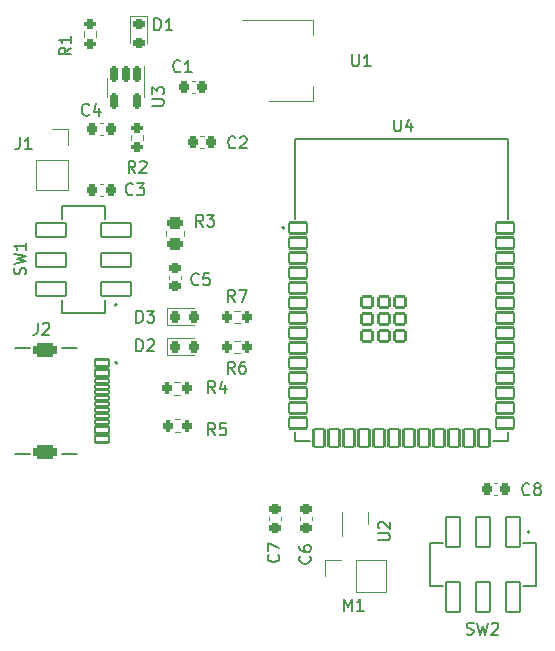
<source format=gto>
G04 #@! TF.GenerationSoftware,KiCad,Pcbnew,7.0.10*
G04 #@! TF.CreationDate,2024-04-11T23:27:50-07:00*
G04 #@! TF.ProjectId,vibration_circuit,76696272-6174-4696-9f6e-5f6369726375,rev?*
G04 #@! TF.SameCoordinates,Original*
G04 #@! TF.FileFunction,Legend,Top*
G04 #@! TF.FilePolarity,Positive*
%FSLAX46Y46*%
G04 Gerber Fmt 4.6, Leading zero omitted, Abs format (unit mm)*
G04 Created by KiCad (PCBNEW 7.0.10) date 2024-04-11 23:27:50*
%MOMM*%
%LPD*%
G01*
G04 APERTURE LIST*
G04 Aperture macros list*
%AMRoundRect*
0 Rectangle with rounded corners*
0 $1 Rounding radius*
0 $2 $3 $4 $5 $6 $7 $8 $9 X,Y pos of 4 corners*
0 Add a 4 corners polygon primitive as box body*
4,1,4,$2,$3,$4,$5,$6,$7,$8,$9,$2,$3,0*
0 Add four circle primitives for the rounded corners*
1,1,$1+$1,$2,$3*
1,1,$1+$1,$4,$5*
1,1,$1+$1,$6,$7*
1,1,$1+$1,$8,$9*
0 Add four rect primitives between the rounded corners*
20,1,$1+$1,$2,$3,$4,$5,0*
20,1,$1+$1,$4,$5,$6,$7,0*
20,1,$1+$1,$6,$7,$8,$9,0*
20,1,$1+$1,$8,$9,$2,$3,0*%
G04 Aperture macros list end*
%ADD10C,0.150000*%
%ADD11C,0.200000*%
%ADD12C,0.127000*%
%ADD13C,0.120000*%
%ADD14C,0.650000*%
%ADD15RoundRect,0.102000X-0.575000X0.300000X-0.575000X-0.300000X0.575000X-0.300000X0.575000X0.300000X0*%
%ADD16RoundRect,0.102000X-0.575000X0.150000X-0.575000X-0.150000X0.575000X-0.150000X0.575000X0.150000X0*%
%ADD17O,2.304000X1.204000*%
%ADD18RoundRect,0.301000X-0.701000X0.301000X-0.701000X-0.301000X0.701000X-0.301000X0.701000X0.301000X0*%
%ADD19RoundRect,0.102000X-0.450000X-0.450000X0.450000X-0.450000X0.450000X0.450000X-0.450000X0.450000X0*%
%ADD20RoundRect,0.102000X-0.750000X-0.450000X0.750000X-0.450000X0.750000X0.450000X-0.750000X0.450000X0*%
%ADD21RoundRect,0.102000X-0.450000X-0.750000X0.450000X-0.750000X0.450000X0.750000X-0.450000X0.750000X0*%
%ADD22R,2.000000X1.500000*%
%ADD23R,2.000000X3.800000*%
%ADD24RoundRect,0.225000X0.250000X-0.225000X0.250000X0.225000X-0.250000X0.225000X-0.250000X-0.225000X0*%
%ADD25RoundRect,0.200000X0.200000X0.275000X-0.200000X0.275000X-0.200000X-0.275000X0.200000X-0.275000X0*%
%ADD26RoundRect,0.218750X-0.218750X-0.256250X0.218750X-0.256250X0.218750X0.256250X-0.218750X0.256250X0*%
%ADD27R,1.700000X1.700000*%
%ADD28O,1.700000X1.700000*%
%ADD29RoundRect,0.225000X0.225000X0.250000X-0.225000X0.250000X-0.225000X-0.250000X0.225000X-0.250000X0*%
%ADD30RoundRect,0.200000X-0.200000X-0.275000X0.200000X-0.275000X0.200000X0.275000X-0.200000X0.275000X0*%
%ADD31RoundRect,0.150000X-0.150000X0.512500X-0.150000X-0.512500X0.150000X-0.512500X0.150000X0.512500X0*%
%ADD32RoundRect,0.200000X-0.275000X0.200000X-0.275000X-0.200000X0.275000X-0.200000X0.275000X0.200000X0*%
%ADD33RoundRect,0.102000X0.600000X1.250000X-0.600000X1.250000X-0.600000X-1.250000X0.600000X-1.250000X0*%
%ADD34RoundRect,0.225000X-0.225000X-0.250000X0.225000X-0.250000X0.225000X0.250000X-0.225000X0.250000X0*%
%ADD35RoundRect,0.218750X-0.256250X0.218750X-0.256250X-0.218750X0.256250X-0.218750X0.256250X0.218750X0*%
%ADD36RoundRect,0.102000X1.250000X-0.600000X1.250000X0.600000X-1.250000X0.600000X-1.250000X-0.600000X0*%
%ADD37R,1.600000X0.900000*%
%ADD38R,0.250000X0.500000*%
%ADD39RoundRect,0.250000X-0.450000X0.262500X-0.450000X-0.262500X0.450000X-0.262500X0.450000X0.262500X0*%
G04 APERTURE END LIST*
D10*
X108251666Y-125819819D02*
X108251666Y-126534104D01*
X108251666Y-126534104D02*
X108204047Y-126676961D01*
X108204047Y-126676961D02*
X108108809Y-126772200D01*
X108108809Y-126772200D02*
X107965952Y-126819819D01*
X107965952Y-126819819D02*
X107870714Y-126819819D01*
X108680238Y-125915057D02*
X108727857Y-125867438D01*
X108727857Y-125867438D02*
X108823095Y-125819819D01*
X108823095Y-125819819D02*
X109061190Y-125819819D01*
X109061190Y-125819819D02*
X109156428Y-125867438D01*
X109156428Y-125867438D02*
X109204047Y-125915057D01*
X109204047Y-125915057D02*
X109251666Y-126010295D01*
X109251666Y-126010295D02*
X109251666Y-126105533D01*
X109251666Y-126105533D02*
X109204047Y-126248390D01*
X109204047Y-126248390D02*
X108632619Y-126819819D01*
X108632619Y-126819819D02*
X109251666Y-126819819D01*
X138430095Y-108608219D02*
X138430095Y-109417742D01*
X138430095Y-109417742D02*
X138477714Y-109512980D01*
X138477714Y-109512980D02*
X138525333Y-109560600D01*
X138525333Y-109560600D02*
X138620571Y-109608219D01*
X138620571Y-109608219D02*
X138811047Y-109608219D01*
X138811047Y-109608219D02*
X138906285Y-109560600D01*
X138906285Y-109560600D02*
X138953904Y-109512980D01*
X138953904Y-109512980D02*
X139001523Y-109417742D01*
X139001523Y-109417742D02*
X139001523Y-108608219D01*
X139906285Y-108941552D02*
X139906285Y-109608219D01*
X139668190Y-108560600D02*
X139430095Y-109274885D01*
X139430095Y-109274885D02*
X140049142Y-109274885D01*
X134874095Y-103086819D02*
X134874095Y-103896342D01*
X134874095Y-103896342D02*
X134921714Y-103991580D01*
X134921714Y-103991580D02*
X134969333Y-104039200D01*
X134969333Y-104039200D02*
X135064571Y-104086819D01*
X135064571Y-104086819D02*
X135255047Y-104086819D01*
X135255047Y-104086819D02*
X135350285Y-104039200D01*
X135350285Y-104039200D02*
X135397904Y-103991580D01*
X135397904Y-103991580D02*
X135445523Y-103896342D01*
X135445523Y-103896342D02*
X135445523Y-103086819D01*
X136445523Y-104086819D02*
X135874095Y-104086819D01*
X136159809Y-104086819D02*
X136159809Y-103086819D01*
X136159809Y-103086819D02*
X136064571Y-103229676D01*
X136064571Y-103229676D02*
X135969333Y-103324914D01*
X135969333Y-103324914D02*
X135874095Y-103372533D01*
X121880333Y-122533580D02*
X121832714Y-122581200D01*
X121832714Y-122581200D02*
X121689857Y-122628819D01*
X121689857Y-122628819D02*
X121594619Y-122628819D01*
X121594619Y-122628819D02*
X121451762Y-122581200D01*
X121451762Y-122581200D02*
X121356524Y-122485961D01*
X121356524Y-122485961D02*
X121308905Y-122390723D01*
X121308905Y-122390723D02*
X121261286Y-122200247D01*
X121261286Y-122200247D02*
X121261286Y-122057390D01*
X121261286Y-122057390D02*
X121308905Y-121866914D01*
X121308905Y-121866914D02*
X121356524Y-121771676D01*
X121356524Y-121771676D02*
X121451762Y-121676438D01*
X121451762Y-121676438D02*
X121594619Y-121628819D01*
X121594619Y-121628819D02*
X121689857Y-121628819D01*
X121689857Y-121628819D02*
X121832714Y-121676438D01*
X121832714Y-121676438D02*
X121880333Y-121724057D01*
X122785095Y-121628819D02*
X122308905Y-121628819D01*
X122308905Y-121628819D02*
X122261286Y-122105009D01*
X122261286Y-122105009D02*
X122308905Y-122057390D01*
X122308905Y-122057390D02*
X122404143Y-122009771D01*
X122404143Y-122009771D02*
X122642238Y-122009771D01*
X122642238Y-122009771D02*
X122737476Y-122057390D01*
X122737476Y-122057390D02*
X122785095Y-122105009D01*
X122785095Y-122105009D02*
X122832714Y-122200247D01*
X122832714Y-122200247D02*
X122832714Y-122438342D01*
X122832714Y-122438342D02*
X122785095Y-122533580D01*
X122785095Y-122533580D02*
X122737476Y-122581200D01*
X122737476Y-122581200D02*
X122642238Y-122628819D01*
X122642238Y-122628819D02*
X122404143Y-122628819D01*
X122404143Y-122628819D02*
X122308905Y-122581200D01*
X122308905Y-122581200D02*
X122261286Y-122533580D01*
X123277333Y-135328819D02*
X122944000Y-134852628D01*
X122705905Y-135328819D02*
X122705905Y-134328819D01*
X122705905Y-134328819D02*
X123086857Y-134328819D01*
X123086857Y-134328819D02*
X123182095Y-134376438D01*
X123182095Y-134376438D02*
X123229714Y-134424057D01*
X123229714Y-134424057D02*
X123277333Y-134519295D01*
X123277333Y-134519295D02*
X123277333Y-134662152D01*
X123277333Y-134662152D02*
X123229714Y-134757390D01*
X123229714Y-134757390D02*
X123182095Y-134805009D01*
X123182095Y-134805009D02*
X123086857Y-134852628D01*
X123086857Y-134852628D02*
X122705905Y-134852628D01*
X124182095Y-134328819D02*
X123705905Y-134328819D01*
X123705905Y-134328819D02*
X123658286Y-134805009D01*
X123658286Y-134805009D02*
X123705905Y-134757390D01*
X123705905Y-134757390D02*
X123801143Y-134709771D01*
X123801143Y-134709771D02*
X124039238Y-134709771D01*
X124039238Y-134709771D02*
X124134476Y-134757390D01*
X124134476Y-134757390D02*
X124182095Y-134805009D01*
X124182095Y-134805009D02*
X124229714Y-134900247D01*
X124229714Y-134900247D02*
X124229714Y-135138342D01*
X124229714Y-135138342D02*
X124182095Y-135233580D01*
X124182095Y-135233580D02*
X124134476Y-135281200D01*
X124134476Y-135281200D02*
X124039238Y-135328819D01*
X124039238Y-135328819D02*
X123801143Y-135328819D01*
X123801143Y-135328819D02*
X123705905Y-135281200D01*
X123705905Y-135281200D02*
X123658286Y-135233580D01*
X116609905Y-128216819D02*
X116609905Y-127216819D01*
X116609905Y-127216819D02*
X116848000Y-127216819D01*
X116848000Y-127216819D02*
X116990857Y-127264438D01*
X116990857Y-127264438D02*
X117086095Y-127359676D01*
X117086095Y-127359676D02*
X117133714Y-127454914D01*
X117133714Y-127454914D02*
X117181333Y-127645390D01*
X117181333Y-127645390D02*
X117181333Y-127788247D01*
X117181333Y-127788247D02*
X117133714Y-127978723D01*
X117133714Y-127978723D02*
X117086095Y-128073961D01*
X117086095Y-128073961D02*
X116990857Y-128169200D01*
X116990857Y-128169200D02*
X116848000Y-128216819D01*
X116848000Y-128216819D02*
X116609905Y-128216819D01*
X117562286Y-127312057D02*
X117609905Y-127264438D01*
X117609905Y-127264438D02*
X117705143Y-127216819D01*
X117705143Y-127216819D02*
X117943238Y-127216819D01*
X117943238Y-127216819D02*
X118038476Y-127264438D01*
X118038476Y-127264438D02*
X118086095Y-127312057D01*
X118086095Y-127312057D02*
X118133714Y-127407295D01*
X118133714Y-127407295D02*
X118133714Y-127502533D01*
X118133714Y-127502533D02*
X118086095Y-127645390D01*
X118086095Y-127645390D02*
X117514667Y-128216819D01*
X117514667Y-128216819D02*
X118133714Y-128216819D01*
X134191476Y-150187819D02*
X134191476Y-149187819D01*
X134191476Y-149187819D02*
X134524809Y-149902104D01*
X134524809Y-149902104D02*
X134858142Y-149187819D01*
X134858142Y-149187819D02*
X134858142Y-150187819D01*
X135858142Y-150187819D02*
X135286714Y-150187819D01*
X135572428Y-150187819D02*
X135572428Y-149187819D01*
X135572428Y-149187819D02*
X135477190Y-149330676D01*
X135477190Y-149330676D02*
X135381952Y-149425914D01*
X135381952Y-149425914D02*
X135286714Y-149473533D01*
X149896533Y-140313580D02*
X149848914Y-140361200D01*
X149848914Y-140361200D02*
X149706057Y-140408819D01*
X149706057Y-140408819D02*
X149610819Y-140408819D01*
X149610819Y-140408819D02*
X149467962Y-140361200D01*
X149467962Y-140361200D02*
X149372724Y-140265961D01*
X149372724Y-140265961D02*
X149325105Y-140170723D01*
X149325105Y-140170723D02*
X149277486Y-139980247D01*
X149277486Y-139980247D02*
X149277486Y-139837390D01*
X149277486Y-139837390D02*
X149325105Y-139646914D01*
X149325105Y-139646914D02*
X149372724Y-139551676D01*
X149372724Y-139551676D02*
X149467962Y-139456438D01*
X149467962Y-139456438D02*
X149610819Y-139408819D01*
X149610819Y-139408819D02*
X149706057Y-139408819D01*
X149706057Y-139408819D02*
X149848914Y-139456438D01*
X149848914Y-139456438D02*
X149896533Y-139504057D01*
X150467962Y-139837390D02*
X150372724Y-139789771D01*
X150372724Y-139789771D02*
X150325105Y-139742152D01*
X150325105Y-139742152D02*
X150277486Y-139646914D01*
X150277486Y-139646914D02*
X150277486Y-139599295D01*
X150277486Y-139599295D02*
X150325105Y-139504057D01*
X150325105Y-139504057D02*
X150372724Y-139456438D01*
X150372724Y-139456438D02*
X150467962Y-139408819D01*
X150467962Y-139408819D02*
X150658438Y-139408819D01*
X150658438Y-139408819D02*
X150753676Y-139456438D01*
X150753676Y-139456438D02*
X150801295Y-139504057D01*
X150801295Y-139504057D02*
X150848914Y-139599295D01*
X150848914Y-139599295D02*
X150848914Y-139646914D01*
X150848914Y-139646914D02*
X150801295Y-139742152D01*
X150801295Y-139742152D02*
X150753676Y-139789771D01*
X150753676Y-139789771D02*
X150658438Y-139837390D01*
X150658438Y-139837390D02*
X150467962Y-139837390D01*
X150467962Y-139837390D02*
X150372724Y-139885009D01*
X150372724Y-139885009D02*
X150325105Y-139932628D01*
X150325105Y-139932628D02*
X150277486Y-140027866D01*
X150277486Y-140027866D02*
X150277486Y-140218342D01*
X150277486Y-140218342D02*
X150325105Y-140313580D01*
X150325105Y-140313580D02*
X150372724Y-140361200D01*
X150372724Y-140361200D02*
X150467962Y-140408819D01*
X150467962Y-140408819D02*
X150658438Y-140408819D01*
X150658438Y-140408819D02*
X150753676Y-140361200D01*
X150753676Y-140361200D02*
X150801295Y-140313580D01*
X150801295Y-140313580D02*
X150848914Y-140218342D01*
X150848914Y-140218342D02*
X150848914Y-140027866D01*
X150848914Y-140027866D02*
X150801295Y-139932628D01*
X150801295Y-139932628D02*
X150753676Y-139885009D01*
X150753676Y-139885009D02*
X150658438Y-139837390D01*
X124966933Y-124025819D02*
X124633600Y-123549628D01*
X124395505Y-124025819D02*
X124395505Y-123025819D01*
X124395505Y-123025819D02*
X124776457Y-123025819D01*
X124776457Y-123025819D02*
X124871695Y-123073438D01*
X124871695Y-123073438D02*
X124919314Y-123121057D01*
X124919314Y-123121057D02*
X124966933Y-123216295D01*
X124966933Y-123216295D02*
X124966933Y-123359152D01*
X124966933Y-123359152D02*
X124919314Y-123454390D01*
X124919314Y-123454390D02*
X124871695Y-123502009D01*
X124871695Y-123502009D02*
X124776457Y-123549628D01*
X124776457Y-123549628D02*
X124395505Y-123549628D01*
X125300267Y-123025819D02*
X125966933Y-123025819D01*
X125966933Y-123025819D02*
X125538362Y-124025819D01*
X112609333Y-108182580D02*
X112561714Y-108230200D01*
X112561714Y-108230200D02*
X112418857Y-108277819D01*
X112418857Y-108277819D02*
X112323619Y-108277819D01*
X112323619Y-108277819D02*
X112180762Y-108230200D01*
X112180762Y-108230200D02*
X112085524Y-108134961D01*
X112085524Y-108134961D02*
X112037905Y-108039723D01*
X112037905Y-108039723D02*
X111990286Y-107849247D01*
X111990286Y-107849247D02*
X111990286Y-107706390D01*
X111990286Y-107706390D02*
X112037905Y-107515914D01*
X112037905Y-107515914D02*
X112085524Y-107420676D01*
X112085524Y-107420676D02*
X112180762Y-107325438D01*
X112180762Y-107325438D02*
X112323619Y-107277819D01*
X112323619Y-107277819D02*
X112418857Y-107277819D01*
X112418857Y-107277819D02*
X112561714Y-107325438D01*
X112561714Y-107325438D02*
X112609333Y-107373057D01*
X113466476Y-107611152D02*
X113466476Y-108277819D01*
X113228381Y-107230200D02*
X112990286Y-107944485D01*
X112990286Y-107944485D02*
X113609333Y-107944485D01*
X124928333Y-130121819D02*
X124595000Y-129645628D01*
X124356905Y-130121819D02*
X124356905Y-129121819D01*
X124356905Y-129121819D02*
X124737857Y-129121819D01*
X124737857Y-129121819D02*
X124833095Y-129169438D01*
X124833095Y-129169438D02*
X124880714Y-129217057D01*
X124880714Y-129217057D02*
X124928333Y-129312295D01*
X124928333Y-129312295D02*
X124928333Y-129455152D01*
X124928333Y-129455152D02*
X124880714Y-129550390D01*
X124880714Y-129550390D02*
X124833095Y-129598009D01*
X124833095Y-129598009D02*
X124737857Y-129645628D01*
X124737857Y-129645628D02*
X124356905Y-129645628D01*
X125785476Y-129121819D02*
X125595000Y-129121819D01*
X125595000Y-129121819D02*
X125499762Y-129169438D01*
X125499762Y-129169438D02*
X125452143Y-129217057D01*
X125452143Y-129217057D02*
X125356905Y-129359914D01*
X125356905Y-129359914D02*
X125309286Y-129550390D01*
X125309286Y-129550390D02*
X125309286Y-129931342D01*
X125309286Y-129931342D02*
X125356905Y-130026580D01*
X125356905Y-130026580D02*
X125404524Y-130074200D01*
X125404524Y-130074200D02*
X125499762Y-130121819D01*
X125499762Y-130121819D02*
X125690238Y-130121819D01*
X125690238Y-130121819D02*
X125785476Y-130074200D01*
X125785476Y-130074200D02*
X125833095Y-130026580D01*
X125833095Y-130026580D02*
X125880714Y-129931342D01*
X125880714Y-129931342D02*
X125880714Y-129693247D01*
X125880714Y-129693247D02*
X125833095Y-129598009D01*
X125833095Y-129598009D02*
X125785476Y-129550390D01*
X125785476Y-129550390D02*
X125690238Y-129502771D01*
X125690238Y-129502771D02*
X125499762Y-129502771D01*
X125499762Y-129502771D02*
X125404524Y-129550390D01*
X125404524Y-129550390D02*
X125356905Y-129598009D01*
X125356905Y-129598009D02*
X125309286Y-129693247D01*
X123277333Y-131772819D02*
X122944000Y-131296628D01*
X122705905Y-131772819D02*
X122705905Y-130772819D01*
X122705905Y-130772819D02*
X123086857Y-130772819D01*
X123086857Y-130772819D02*
X123182095Y-130820438D01*
X123182095Y-130820438D02*
X123229714Y-130868057D01*
X123229714Y-130868057D02*
X123277333Y-130963295D01*
X123277333Y-130963295D02*
X123277333Y-131106152D01*
X123277333Y-131106152D02*
X123229714Y-131201390D01*
X123229714Y-131201390D02*
X123182095Y-131249009D01*
X123182095Y-131249009D02*
X123086857Y-131296628D01*
X123086857Y-131296628D02*
X122705905Y-131296628D01*
X124134476Y-131106152D02*
X124134476Y-131772819D01*
X123896381Y-130725200D02*
X123658286Y-131439485D01*
X123658286Y-131439485D02*
X124277333Y-131439485D01*
X117945819Y-107441904D02*
X118755342Y-107441904D01*
X118755342Y-107441904D02*
X118850580Y-107394285D01*
X118850580Y-107394285D02*
X118898200Y-107346666D01*
X118898200Y-107346666D02*
X118945819Y-107251428D01*
X118945819Y-107251428D02*
X118945819Y-107060952D01*
X118945819Y-107060952D02*
X118898200Y-106965714D01*
X118898200Y-106965714D02*
X118850580Y-106918095D01*
X118850580Y-106918095D02*
X118755342Y-106870476D01*
X118755342Y-106870476D02*
X117945819Y-106870476D01*
X117945819Y-106489523D02*
X117945819Y-105870476D01*
X117945819Y-105870476D02*
X118326771Y-106203809D01*
X118326771Y-106203809D02*
X118326771Y-106060952D01*
X118326771Y-106060952D02*
X118374390Y-105965714D01*
X118374390Y-105965714D02*
X118422009Y-105918095D01*
X118422009Y-105918095D02*
X118517247Y-105870476D01*
X118517247Y-105870476D02*
X118755342Y-105870476D01*
X118755342Y-105870476D02*
X118850580Y-105918095D01*
X118850580Y-105918095D02*
X118898200Y-105965714D01*
X118898200Y-105965714D02*
X118945819Y-106060952D01*
X118945819Y-106060952D02*
X118945819Y-106346666D01*
X118945819Y-106346666D02*
X118898200Y-106441904D01*
X118898200Y-106441904D02*
X118850580Y-106489523D01*
X106753066Y-110122419D02*
X106753066Y-110836704D01*
X106753066Y-110836704D02*
X106705447Y-110979561D01*
X106705447Y-110979561D02*
X106610209Y-111074800D01*
X106610209Y-111074800D02*
X106467352Y-111122419D01*
X106467352Y-111122419D02*
X106372114Y-111122419D01*
X107753066Y-111122419D02*
X107181638Y-111122419D01*
X107467352Y-111122419D02*
X107467352Y-110122419D01*
X107467352Y-110122419D02*
X107372114Y-110265276D01*
X107372114Y-110265276D02*
X107276876Y-110360514D01*
X107276876Y-110360514D02*
X107181638Y-110408133D01*
X116520933Y-113129219D02*
X116187600Y-112653028D01*
X115949505Y-113129219D02*
X115949505Y-112129219D01*
X115949505Y-112129219D02*
X116330457Y-112129219D01*
X116330457Y-112129219D02*
X116425695Y-112176838D01*
X116425695Y-112176838D02*
X116473314Y-112224457D01*
X116473314Y-112224457D02*
X116520933Y-112319695D01*
X116520933Y-112319695D02*
X116520933Y-112462552D01*
X116520933Y-112462552D02*
X116473314Y-112557790D01*
X116473314Y-112557790D02*
X116425695Y-112605409D01*
X116425695Y-112605409D02*
X116330457Y-112653028D01*
X116330457Y-112653028D02*
X115949505Y-112653028D01*
X116901886Y-112224457D02*
X116949505Y-112176838D01*
X116949505Y-112176838D02*
X117044743Y-112129219D01*
X117044743Y-112129219D02*
X117282838Y-112129219D01*
X117282838Y-112129219D02*
X117378076Y-112176838D01*
X117378076Y-112176838D02*
X117425695Y-112224457D01*
X117425695Y-112224457D02*
X117473314Y-112319695D01*
X117473314Y-112319695D02*
X117473314Y-112414933D01*
X117473314Y-112414933D02*
X117425695Y-112557790D01*
X117425695Y-112557790D02*
X116854267Y-113129219D01*
X116854267Y-113129219D02*
X117473314Y-113129219D01*
X144589667Y-152172200D02*
X144732524Y-152219819D01*
X144732524Y-152219819D02*
X144970619Y-152219819D01*
X144970619Y-152219819D02*
X145065857Y-152172200D01*
X145065857Y-152172200D02*
X145113476Y-152124580D01*
X145113476Y-152124580D02*
X145161095Y-152029342D01*
X145161095Y-152029342D02*
X145161095Y-151934104D01*
X145161095Y-151934104D02*
X145113476Y-151838866D01*
X145113476Y-151838866D02*
X145065857Y-151791247D01*
X145065857Y-151791247D02*
X144970619Y-151743628D01*
X144970619Y-151743628D02*
X144780143Y-151696009D01*
X144780143Y-151696009D02*
X144684905Y-151648390D01*
X144684905Y-151648390D02*
X144637286Y-151600771D01*
X144637286Y-151600771D02*
X144589667Y-151505533D01*
X144589667Y-151505533D02*
X144589667Y-151410295D01*
X144589667Y-151410295D02*
X144637286Y-151315057D01*
X144637286Y-151315057D02*
X144684905Y-151267438D01*
X144684905Y-151267438D02*
X144780143Y-151219819D01*
X144780143Y-151219819D02*
X145018238Y-151219819D01*
X145018238Y-151219819D02*
X145161095Y-151267438D01*
X145494429Y-151219819D02*
X145732524Y-152219819D01*
X145732524Y-152219819D02*
X145923000Y-151505533D01*
X145923000Y-151505533D02*
X146113476Y-152219819D01*
X146113476Y-152219819D02*
X146351572Y-151219819D01*
X146684905Y-151315057D02*
X146732524Y-151267438D01*
X146732524Y-151267438D02*
X146827762Y-151219819D01*
X146827762Y-151219819D02*
X147065857Y-151219819D01*
X147065857Y-151219819D02*
X147161095Y-151267438D01*
X147161095Y-151267438D02*
X147208714Y-151315057D01*
X147208714Y-151315057D02*
X147256333Y-151410295D01*
X147256333Y-151410295D02*
X147256333Y-151505533D01*
X147256333Y-151505533D02*
X147208714Y-151648390D01*
X147208714Y-151648390D02*
X146637286Y-152219819D01*
X146637286Y-152219819D02*
X147256333Y-152219819D01*
X128629580Y-145454666D02*
X128677200Y-145502285D01*
X128677200Y-145502285D02*
X128724819Y-145645142D01*
X128724819Y-145645142D02*
X128724819Y-145740380D01*
X128724819Y-145740380D02*
X128677200Y-145883237D01*
X128677200Y-145883237D02*
X128581961Y-145978475D01*
X128581961Y-145978475D02*
X128486723Y-146026094D01*
X128486723Y-146026094D02*
X128296247Y-146073713D01*
X128296247Y-146073713D02*
X128153390Y-146073713D01*
X128153390Y-146073713D02*
X127962914Y-146026094D01*
X127962914Y-146026094D02*
X127867676Y-145978475D01*
X127867676Y-145978475D02*
X127772438Y-145883237D01*
X127772438Y-145883237D02*
X127724819Y-145740380D01*
X127724819Y-145740380D02*
X127724819Y-145645142D01*
X127724819Y-145645142D02*
X127772438Y-145502285D01*
X127772438Y-145502285D02*
X127820057Y-145454666D01*
X127724819Y-145121332D02*
X127724819Y-144454666D01*
X127724819Y-144454666D02*
X128724819Y-144883237D01*
X125004533Y-110951180D02*
X124956914Y-110998800D01*
X124956914Y-110998800D02*
X124814057Y-111046419D01*
X124814057Y-111046419D02*
X124718819Y-111046419D01*
X124718819Y-111046419D02*
X124575962Y-110998800D01*
X124575962Y-110998800D02*
X124480724Y-110903561D01*
X124480724Y-110903561D02*
X124433105Y-110808323D01*
X124433105Y-110808323D02*
X124385486Y-110617847D01*
X124385486Y-110617847D02*
X124385486Y-110474990D01*
X124385486Y-110474990D02*
X124433105Y-110284514D01*
X124433105Y-110284514D02*
X124480724Y-110189276D01*
X124480724Y-110189276D02*
X124575962Y-110094038D01*
X124575962Y-110094038D02*
X124718819Y-110046419D01*
X124718819Y-110046419D02*
X124814057Y-110046419D01*
X124814057Y-110046419D02*
X124956914Y-110094038D01*
X124956914Y-110094038D02*
X125004533Y-110141657D01*
X125385486Y-110141657D02*
X125433105Y-110094038D01*
X125433105Y-110094038D02*
X125528343Y-110046419D01*
X125528343Y-110046419D02*
X125766438Y-110046419D01*
X125766438Y-110046419D02*
X125861676Y-110094038D01*
X125861676Y-110094038D02*
X125909295Y-110141657D01*
X125909295Y-110141657D02*
X125956914Y-110236895D01*
X125956914Y-110236895D02*
X125956914Y-110332133D01*
X125956914Y-110332133D02*
X125909295Y-110474990D01*
X125909295Y-110474990D02*
X125337867Y-111046419D01*
X125337867Y-111046419D02*
X125956914Y-111046419D01*
X131296580Y-145581666D02*
X131344200Y-145629285D01*
X131344200Y-145629285D02*
X131391819Y-145772142D01*
X131391819Y-145772142D02*
X131391819Y-145867380D01*
X131391819Y-145867380D02*
X131344200Y-146010237D01*
X131344200Y-146010237D02*
X131248961Y-146105475D01*
X131248961Y-146105475D02*
X131153723Y-146153094D01*
X131153723Y-146153094D02*
X130963247Y-146200713D01*
X130963247Y-146200713D02*
X130820390Y-146200713D01*
X130820390Y-146200713D02*
X130629914Y-146153094D01*
X130629914Y-146153094D02*
X130534676Y-146105475D01*
X130534676Y-146105475D02*
X130439438Y-146010237D01*
X130439438Y-146010237D02*
X130391819Y-145867380D01*
X130391819Y-145867380D02*
X130391819Y-145772142D01*
X130391819Y-145772142D02*
X130439438Y-145629285D01*
X130439438Y-145629285D02*
X130487057Y-145581666D01*
X130391819Y-144724523D02*
X130391819Y-144914999D01*
X130391819Y-144914999D02*
X130439438Y-145010237D01*
X130439438Y-145010237D02*
X130487057Y-145057856D01*
X130487057Y-145057856D02*
X130629914Y-145153094D01*
X130629914Y-145153094D02*
X130820390Y-145200713D01*
X130820390Y-145200713D02*
X131201342Y-145200713D01*
X131201342Y-145200713D02*
X131296580Y-145153094D01*
X131296580Y-145153094D02*
X131344200Y-145105475D01*
X131344200Y-145105475D02*
X131391819Y-145010237D01*
X131391819Y-145010237D02*
X131391819Y-144819761D01*
X131391819Y-144819761D02*
X131344200Y-144724523D01*
X131344200Y-144724523D02*
X131296580Y-144676904D01*
X131296580Y-144676904D02*
X131201342Y-144629285D01*
X131201342Y-144629285D02*
X130963247Y-144629285D01*
X130963247Y-144629285D02*
X130868009Y-144676904D01*
X130868009Y-144676904D02*
X130820390Y-144724523D01*
X130820390Y-144724523D02*
X130772771Y-144819761D01*
X130772771Y-144819761D02*
X130772771Y-145010237D01*
X130772771Y-145010237D02*
X130820390Y-145105475D01*
X130820390Y-145105475D02*
X130868009Y-145153094D01*
X130868009Y-145153094D02*
X130963247Y-145200713D01*
X116317733Y-114913580D02*
X116270114Y-114961200D01*
X116270114Y-114961200D02*
X116127257Y-115008819D01*
X116127257Y-115008819D02*
X116032019Y-115008819D01*
X116032019Y-115008819D02*
X115889162Y-114961200D01*
X115889162Y-114961200D02*
X115793924Y-114865961D01*
X115793924Y-114865961D02*
X115746305Y-114770723D01*
X115746305Y-114770723D02*
X115698686Y-114580247D01*
X115698686Y-114580247D02*
X115698686Y-114437390D01*
X115698686Y-114437390D02*
X115746305Y-114246914D01*
X115746305Y-114246914D02*
X115793924Y-114151676D01*
X115793924Y-114151676D02*
X115889162Y-114056438D01*
X115889162Y-114056438D02*
X116032019Y-114008819D01*
X116032019Y-114008819D02*
X116127257Y-114008819D01*
X116127257Y-114008819D02*
X116270114Y-114056438D01*
X116270114Y-114056438D02*
X116317733Y-114104057D01*
X116651067Y-114008819D02*
X117270114Y-114008819D01*
X117270114Y-114008819D02*
X116936781Y-114389771D01*
X116936781Y-114389771D02*
X117079638Y-114389771D01*
X117079638Y-114389771D02*
X117174876Y-114437390D01*
X117174876Y-114437390D02*
X117222495Y-114485009D01*
X117222495Y-114485009D02*
X117270114Y-114580247D01*
X117270114Y-114580247D02*
X117270114Y-114818342D01*
X117270114Y-114818342D02*
X117222495Y-114913580D01*
X117222495Y-114913580D02*
X117174876Y-114961200D01*
X117174876Y-114961200D02*
X117079638Y-115008819D01*
X117079638Y-115008819D02*
X116793924Y-115008819D01*
X116793924Y-115008819D02*
X116698686Y-114961200D01*
X116698686Y-114961200D02*
X116651067Y-114913580D01*
X118133905Y-101038819D02*
X118133905Y-100038819D01*
X118133905Y-100038819D02*
X118372000Y-100038819D01*
X118372000Y-100038819D02*
X118514857Y-100086438D01*
X118514857Y-100086438D02*
X118610095Y-100181676D01*
X118610095Y-100181676D02*
X118657714Y-100276914D01*
X118657714Y-100276914D02*
X118705333Y-100467390D01*
X118705333Y-100467390D02*
X118705333Y-100610247D01*
X118705333Y-100610247D02*
X118657714Y-100800723D01*
X118657714Y-100800723D02*
X118610095Y-100895961D01*
X118610095Y-100895961D02*
X118514857Y-100991200D01*
X118514857Y-100991200D02*
X118372000Y-101038819D01*
X118372000Y-101038819D02*
X118133905Y-101038819D01*
X119657714Y-101038819D02*
X119086286Y-101038819D01*
X119372000Y-101038819D02*
X119372000Y-100038819D01*
X119372000Y-100038819D02*
X119276762Y-100181676D01*
X119276762Y-100181676D02*
X119181524Y-100276914D01*
X119181524Y-100276914D02*
X119086286Y-100324533D01*
X111071819Y-102528666D02*
X110595628Y-102861999D01*
X111071819Y-103100094D02*
X110071819Y-103100094D01*
X110071819Y-103100094D02*
X110071819Y-102719142D01*
X110071819Y-102719142D02*
X110119438Y-102623904D01*
X110119438Y-102623904D02*
X110167057Y-102576285D01*
X110167057Y-102576285D02*
X110262295Y-102528666D01*
X110262295Y-102528666D02*
X110405152Y-102528666D01*
X110405152Y-102528666D02*
X110500390Y-102576285D01*
X110500390Y-102576285D02*
X110548009Y-102623904D01*
X110548009Y-102623904D02*
X110595628Y-102719142D01*
X110595628Y-102719142D02*
X110595628Y-103100094D01*
X111071819Y-101576285D02*
X111071819Y-102147713D01*
X111071819Y-101861999D02*
X110071819Y-101861999D01*
X110071819Y-101861999D02*
X110214676Y-101957237D01*
X110214676Y-101957237D02*
X110309914Y-102052475D01*
X110309914Y-102052475D02*
X110357533Y-102147713D01*
X107214200Y-121729332D02*
X107261819Y-121586475D01*
X107261819Y-121586475D02*
X107261819Y-121348380D01*
X107261819Y-121348380D02*
X107214200Y-121253142D01*
X107214200Y-121253142D02*
X107166580Y-121205523D01*
X107166580Y-121205523D02*
X107071342Y-121157904D01*
X107071342Y-121157904D02*
X106976104Y-121157904D01*
X106976104Y-121157904D02*
X106880866Y-121205523D01*
X106880866Y-121205523D02*
X106833247Y-121253142D01*
X106833247Y-121253142D02*
X106785628Y-121348380D01*
X106785628Y-121348380D02*
X106738009Y-121538856D01*
X106738009Y-121538856D02*
X106690390Y-121634094D01*
X106690390Y-121634094D02*
X106642771Y-121681713D01*
X106642771Y-121681713D02*
X106547533Y-121729332D01*
X106547533Y-121729332D02*
X106452295Y-121729332D01*
X106452295Y-121729332D02*
X106357057Y-121681713D01*
X106357057Y-121681713D02*
X106309438Y-121634094D01*
X106309438Y-121634094D02*
X106261819Y-121538856D01*
X106261819Y-121538856D02*
X106261819Y-121300761D01*
X106261819Y-121300761D02*
X106309438Y-121157904D01*
X106261819Y-120824570D02*
X107261819Y-120586475D01*
X107261819Y-120586475D02*
X106547533Y-120395999D01*
X106547533Y-120395999D02*
X107261819Y-120205523D01*
X107261819Y-120205523D02*
X106261819Y-119967428D01*
X107261819Y-119062666D02*
X107261819Y-119634094D01*
X107261819Y-119348380D02*
X106261819Y-119348380D01*
X106261819Y-119348380D02*
X106404676Y-119443618D01*
X106404676Y-119443618D02*
X106499914Y-119538856D01*
X106499914Y-119538856D02*
X106547533Y-119634094D01*
X137072019Y-144221104D02*
X137881542Y-144221104D01*
X137881542Y-144221104D02*
X137976780Y-144173485D01*
X137976780Y-144173485D02*
X138024400Y-144125866D01*
X138024400Y-144125866D02*
X138072019Y-144030628D01*
X138072019Y-144030628D02*
X138072019Y-143840152D01*
X138072019Y-143840152D02*
X138024400Y-143744914D01*
X138024400Y-143744914D02*
X137976780Y-143697295D01*
X137976780Y-143697295D02*
X137881542Y-143649676D01*
X137881542Y-143649676D02*
X137072019Y-143649676D01*
X137167257Y-143221104D02*
X137119638Y-143173485D01*
X137119638Y-143173485D02*
X137072019Y-143078247D01*
X137072019Y-143078247D02*
X137072019Y-142840152D01*
X137072019Y-142840152D02*
X137119638Y-142744914D01*
X137119638Y-142744914D02*
X137167257Y-142697295D01*
X137167257Y-142697295D02*
X137262495Y-142649676D01*
X137262495Y-142649676D02*
X137357733Y-142649676D01*
X137357733Y-142649676D02*
X137500590Y-142697295D01*
X137500590Y-142697295D02*
X138072019Y-143268723D01*
X138072019Y-143268723D02*
X138072019Y-142649676D01*
X116609905Y-125803819D02*
X116609905Y-124803819D01*
X116609905Y-124803819D02*
X116848000Y-124803819D01*
X116848000Y-124803819D02*
X116990857Y-124851438D01*
X116990857Y-124851438D02*
X117086095Y-124946676D01*
X117086095Y-124946676D02*
X117133714Y-125041914D01*
X117133714Y-125041914D02*
X117181333Y-125232390D01*
X117181333Y-125232390D02*
X117181333Y-125375247D01*
X117181333Y-125375247D02*
X117133714Y-125565723D01*
X117133714Y-125565723D02*
X117086095Y-125660961D01*
X117086095Y-125660961D02*
X116990857Y-125756200D01*
X116990857Y-125756200D02*
X116848000Y-125803819D01*
X116848000Y-125803819D02*
X116609905Y-125803819D01*
X117514667Y-124803819D02*
X118133714Y-124803819D01*
X118133714Y-124803819D02*
X117800381Y-125184771D01*
X117800381Y-125184771D02*
X117943238Y-125184771D01*
X117943238Y-125184771D02*
X118038476Y-125232390D01*
X118038476Y-125232390D02*
X118086095Y-125280009D01*
X118086095Y-125280009D02*
X118133714Y-125375247D01*
X118133714Y-125375247D02*
X118133714Y-125613342D01*
X118133714Y-125613342D02*
X118086095Y-125708580D01*
X118086095Y-125708580D02*
X118038476Y-125756200D01*
X118038476Y-125756200D02*
X117943238Y-125803819D01*
X117943238Y-125803819D02*
X117657524Y-125803819D01*
X117657524Y-125803819D02*
X117562286Y-125756200D01*
X117562286Y-125756200D02*
X117514667Y-125708580D01*
X120330933Y-104499580D02*
X120283314Y-104547200D01*
X120283314Y-104547200D02*
X120140457Y-104594819D01*
X120140457Y-104594819D02*
X120045219Y-104594819D01*
X120045219Y-104594819D02*
X119902362Y-104547200D01*
X119902362Y-104547200D02*
X119807124Y-104451961D01*
X119807124Y-104451961D02*
X119759505Y-104356723D01*
X119759505Y-104356723D02*
X119711886Y-104166247D01*
X119711886Y-104166247D02*
X119711886Y-104023390D01*
X119711886Y-104023390D02*
X119759505Y-103832914D01*
X119759505Y-103832914D02*
X119807124Y-103737676D01*
X119807124Y-103737676D02*
X119902362Y-103642438D01*
X119902362Y-103642438D02*
X120045219Y-103594819D01*
X120045219Y-103594819D02*
X120140457Y-103594819D01*
X120140457Y-103594819D02*
X120283314Y-103642438D01*
X120283314Y-103642438D02*
X120330933Y-103690057D01*
X121283314Y-104594819D02*
X120711886Y-104594819D01*
X120997600Y-104594819D02*
X120997600Y-103594819D01*
X120997600Y-103594819D02*
X120902362Y-103737676D01*
X120902362Y-103737676D02*
X120807124Y-103832914D01*
X120807124Y-103832914D02*
X120711886Y-103880533D01*
X122261333Y-117675819D02*
X121928000Y-117199628D01*
X121689905Y-117675819D02*
X121689905Y-116675819D01*
X121689905Y-116675819D02*
X122070857Y-116675819D01*
X122070857Y-116675819D02*
X122166095Y-116723438D01*
X122166095Y-116723438D02*
X122213714Y-116771057D01*
X122213714Y-116771057D02*
X122261333Y-116866295D01*
X122261333Y-116866295D02*
X122261333Y-117009152D01*
X122261333Y-117009152D02*
X122213714Y-117104390D01*
X122213714Y-117104390D02*
X122166095Y-117152009D01*
X122166095Y-117152009D02*
X122070857Y-117199628D01*
X122070857Y-117199628D02*
X121689905Y-117199628D01*
X122594667Y-116675819D02*
X123213714Y-116675819D01*
X123213714Y-116675819D02*
X122880381Y-117056771D01*
X122880381Y-117056771D02*
X123023238Y-117056771D01*
X123023238Y-117056771D02*
X123118476Y-117104390D01*
X123118476Y-117104390D02*
X123166095Y-117152009D01*
X123166095Y-117152009D02*
X123213714Y-117247247D01*
X123213714Y-117247247D02*
X123213714Y-117485342D01*
X123213714Y-117485342D02*
X123166095Y-117580580D01*
X123166095Y-117580580D02*
X123118476Y-117628200D01*
X123118476Y-117628200D02*
X123023238Y-117675819D01*
X123023238Y-117675819D02*
X122737524Y-117675819D01*
X122737524Y-117675819D02*
X122642286Y-117628200D01*
X122642286Y-117628200D02*
X122594667Y-117580580D01*
D11*
X111560000Y-127995000D02*
X110310000Y-127995000D01*
X107590000Y-127995000D02*
X106310000Y-127995000D01*
X111560000Y-136935000D02*
X110310000Y-136935000D01*
X106310000Y-136935000D02*
X107590000Y-136935000D01*
X115010000Y-129215000D02*
G75*
G03*
X114810000Y-129215000I-100000J0D01*
G01*
X114810000Y-129215000D02*
G75*
G03*
X115010000Y-129215000I100000J0D01*
G01*
X129138000Y-117778400D02*
G75*
G03*
X128938000Y-117778400I-100000J0D01*
G01*
X128938000Y-117778400D02*
G75*
G03*
X129138000Y-117778400I100000J0D01*
G01*
D12*
X148038000Y-135788400D02*
X148038000Y-135058400D01*
X148038000Y-135788400D02*
X146793000Y-135788400D01*
X148038000Y-110288400D02*
X148038000Y-117008400D01*
X131283000Y-135788400D02*
X130038000Y-135788400D01*
X130038000Y-135788400D02*
X130038000Y-135058400D01*
X130038000Y-117008400D02*
X130038000Y-110288400D01*
X130038000Y-110288400D02*
X148038000Y-110288400D01*
D13*
X125592000Y-100222000D02*
X131602000Y-100222000D01*
X127842000Y-107042000D02*
X131602000Y-107042000D01*
X131602000Y-100222000D02*
X131602000Y-101482000D01*
X131602000Y-107042000D02*
X131602000Y-105782000D01*
X119378000Y-122098380D02*
X119378000Y-121817220D01*
X120398000Y-122098380D02*
X120398000Y-121817220D01*
X120336958Y-135046400D02*
X119862442Y-135046400D01*
X120336958Y-134001400D02*
X119862442Y-134001400D01*
X119191300Y-127107800D02*
X119191300Y-128577800D01*
X119191300Y-128577800D02*
X121476300Y-128577800D01*
X121476300Y-127107800D02*
X119191300Y-127107800D01*
X135178800Y-148573800D02*
X137778800Y-148573800D01*
X135178800Y-148573800D02*
X135178800Y-145913800D01*
X137778800Y-148573800D02*
X137778800Y-145913800D01*
X132578800Y-147243800D02*
X132578800Y-145913800D01*
X132578800Y-145913800D02*
X133908800Y-145913800D01*
X135178800Y-145913800D02*
X137778800Y-145913800D01*
X147183380Y-140406400D02*
X146902220Y-140406400D01*
X147183380Y-139386400D02*
X146902220Y-139386400D01*
X125370858Y-125876100D02*
X124896342Y-125876100D01*
X125370858Y-124831100D02*
X124896342Y-124831100D01*
X113793180Y-109882600D02*
X113512020Y-109882600D01*
X113793180Y-108862600D02*
X113512020Y-108862600D01*
X124896342Y-127341100D02*
X125370858Y-127341100D01*
X124896342Y-128386100D02*
X125370858Y-128386100D01*
X119823842Y-130851800D02*
X120298358Y-130851800D01*
X119823842Y-131896800D02*
X120298358Y-131896800D01*
X114147200Y-105887300D02*
X114147200Y-106687300D01*
X114147200Y-105887300D02*
X114147200Y-105087300D01*
X117267200Y-105887300D02*
X117267200Y-106687300D01*
X117267200Y-105887300D02*
X117267200Y-104087300D01*
X108144000Y-112014000D02*
X108144000Y-114614000D01*
X108144000Y-112014000D02*
X110804000Y-112014000D01*
X108144000Y-114614000D02*
X110804000Y-114614000D01*
X109474000Y-109414000D02*
X110804000Y-109414000D01*
X110804000Y-109414000D02*
X110804000Y-110744000D01*
X110804000Y-112014000D02*
X110804000Y-114614000D01*
X117210100Y-109885142D02*
X117210100Y-110359658D01*
X116165100Y-109885142D02*
X116165100Y-110359658D01*
D12*
X150463000Y-148097200D02*
X150463000Y-144497200D01*
X150463000Y-144497200D02*
X149383000Y-144497200D01*
X149383000Y-148097200D02*
X150463000Y-148097200D01*
X142543000Y-144497200D02*
X141463000Y-144497200D01*
X141463000Y-148097200D02*
X142543000Y-148097200D01*
X141463000Y-144497200D02*
X141463000Y-148097200D01*
D11*
X149903000Y-143547200D02*
G75*
G03*
X149703000Y-143547200I-100000J0D01*
G01*
X149703000Y-143547200D02*
G75*
G03*
X149903000Y-143547200I100000J0D01*
G01*
D13*
X127861600Y-142519980D02*
X127861600Y-142238820D01*
X128881600Y-142519980D02*
X128881600Y-142238820D01*
X122033420Y-109980000D02*
X122314580Y-109980000D01*
X122033420Y-111000000D02*
X122314580Y-111000000D01*
X130452400Y-142519980D02*
X130452400Y-142238820D01*
X131472400Y-142519980D02*
X131472400Y-142238820D01*
X113512020Y-114044000D02*
X113793180Y-114044000D01*
X113512020Y-115064000D02*
X113793180Y-115064000D01*
X117549600Y-99860900D02*
X116079600Y-99860900D01*
X116079600Y-99860900D02*
X116079600Y-102145900D01*
X117549600Y-102145900D02*
X117549600Y-99860900D01*
X113222300Y-101121942D02*
X113222300Y-101596458D01*
X112177300Y-101121942D02*
X112177300Y-101596458D01*
D12*
X110322400Y-124961400D02*
X113922400Y-124961400D01*
X113922400Y-124961400D02*
X113922400Y-123881400D01*
X110322400Y-123881400D02*
X110322400Y-124961400D01*
X113922400Y-117041400D02*
X113922400Y-115961400D01*
X110322400Y-115961400D02*
X110322400Y-117041400D01*
X113922400Y-115961400D02*
X110322400Y-115961400D01*
D11*
X114972400Y-124301400D02*
G75*
G03*
X114772400Y-124301400I-100000J0D01*
G01*
X114772400Y-124301400D02*
G75*
G03*
X114972400Y-124301400I100000J0D01*
G01*
D13*
X136221600Y-141866600D02*
X136221600Y-142866600D01*
X133981600Y-143866600D02*
X133981600Y-141866600D01*
X119191300Y-124567800D02*
X119191300Y-126037800D01*
X119191300Y-126037800D02*
X121476300Y-126037800D01*
X121476300Y-124567800D02*
X119191300Y-124567800D01*
X121565580Y-105382600D02*
X121284420Y-105382600D01*
X121565580Y-106402600D02*
X121284420Y-106402600D01*
X120623000Y-118033436D02*
X120623000Y-118487564D01*
X119153000Y-118033436D02*
X119153000Y-118487564D01*
%LPC*%
D14*
X112590000Y-129575000D03*
X112590000Y-135355000D03*
D15*
X113665000Y-129265000D03*
X113665000Y-130065000D03*
D16*
X113665000Y-131215000D03*
X113665000Y-132215000D03*
X113665000Y-132715000D03*
X113665000Y-133715000D03*
D15*
X113665000Y-135665000D03*
X113665000Y-134865000D03*
D16*
X113665000Y-134215000D03*
X113665000Y-133215000D03*
X113665000Y-131715000D03*
X113665000Y-130715000D03*
D17*
X113090000Y-128145000D03*
X113090000Y-136785000D03*
D18*
X108910000Y-128145000D03*
X108910000Y-136785000D03*
D19*
X138938000Y-126898400D03*
X137538000Y-126898400D03*
X136138000Y-126898400D03*
X138938000Y-125498400D03*
X137538000Y-125498400D03*
X136138000Y-125498400D03*
X138938000Y-124098400D03*
X137538000Y-124098400D03*
X136138000Y-124098400D03*
D20*
X147788000Y-117778400D03*
X147788000Y-119048400D03*
X147788000Y-120318400D03*
X147788000Y-121588400D03*
X147788000Y-122858400D03*
X147788000Y-124128400D03*
X147788000Y-125398400D03*
X147788000Y-126668400D03*
X147788000Y-127938400D03*
X147788000Y-129208400D03*
X147788000Y-130478400D03*
X147788000Y-131748400D03*
X147788000Y-133018400D03*
X147788000Y-134288400D03*
D21*
X146023000Y-135538400D03*
X144753000Y-135538400D03*
X143483000Y-135538400D03*
X142213000Y-135538400D03*
X140943000Y-135538400D03*
X139673000Y-135538400D03*
X138403000Y-135538400D03*
X137133000Y-135538400D03*
X135863000Y-135538400D03*
X134593000Y-135538400D03*
X133323000Y-135538400D03*
X132053000Y-135538400D03*
D20*
X130288000Y-134288400D03*
X130288000Y-133018400D03*
X130288000Y-131748400D03*
X130288000Y-130478400D03*
X130288000Y-129208400D03*
X130288000Y-127938400D03*
X130288000Y-126668400D03*
X130288000Y-125398400D03*
X130288000Y-124128400D03*
X130288000Y-122858400D03*
X130288000Y-121588400D03*
X130288000Y-120318400D03*
X130288000Y-119048400D03*
X130288000Y-117778400D03*
D22*
X126542000Y-101332000D03*
X126542000Y-103632000D03*
D23*
X132842000Y-103632000D03*
D22*
X126542000Y-105932000D03*
D24*
X119888000Y-122732800D03*
X119888000Y-121182800D03*
D25*
X120924700Y-134523900D03*
X119274700Y-134523900D03*
D26*
X119888800Y-127842800D03*
X121463800Y-127842800D03*
D27*
X133908800Y-147243800D03*
D28*
X136448800Y-147243800D03*
D29*
X147817800Y-139896400D03*
X146267800Y-139896400D03*
D25*
X125958600Y-125353600D03*
X124308600Y-125353600D03*
D29*
X114427600Y-109372600D03*
X112877600Y-109372600D03*
D30*
X124308600Y-127863600D03*
X125958600Y-127863600D03*
X119236100Y-131374300D03*
X120886100Y-131374300D03*
D31*
X116657200Y-107024800D03*
X114757200Y-107024800D03*
X114757200Y-104749800D03*
X115707200Y-104749800D03*
X116657200Y-104749800D03*
D27*
X109474000Y-110744000D03*
D28*
X109474000Y-113284000D03*
D32*
X116687600Y-109297400D03*
X116687600Y-110947400D03*
D33*
X148463000Y-143547200D03*
X145963000Y-143547200D03*
X143463000Y-143547200D03*
X148463000Y-149047200D03*
X145963000Y-149047200D03*
X143463000Y-149047200D03*
D24*
X128371600Y-143154400D03*
X128371600Y-141604400D03*
D34*
X121399000Y-110490000D03*
X122949000Y-110490000D03*
D24*
X130962400Y-143154400D03*
X130962400Y-141604400D03*
D34*
X112877600Y-114554000D03*
X114427600Y-114554000D03*
D35*
X116814600Y-100558400D03*
X116814600Y-102133400D03*
D32*
X112699800Y-100534200D03*
X112699800Y-102184200D03*
D36*
X114872400Y-122961400D03*
X114872400Y-120461400D03*
X114872400Y-117961400D03*
X109372400Y-122961400D03*
X109372400Y-120461400D03*
X109372400Y-117961400D03*
D37*
X135101600Y-142366600D03*
D38*
X134351600Y-141416600D03*
X134851600Y-141416600D03*
X135351600Y-141416600D03*
X135851600Y-141416600D03*
X135851600Y-143316600D03*
X135351600Y-143316600D03*
X134851600Y-143316600D03*
X134351600Y-143316600D03*
D26*
X119888800Y-125302800D03*
X121463800Y-125302800D03*
D29*
X120650000Y-105892600D03*
X122200000Y-105892600D03*
D39*
X119888000Y-117348000D03*
X119888000Y-119173000D03*
%LPD*%
M02*

</source>
